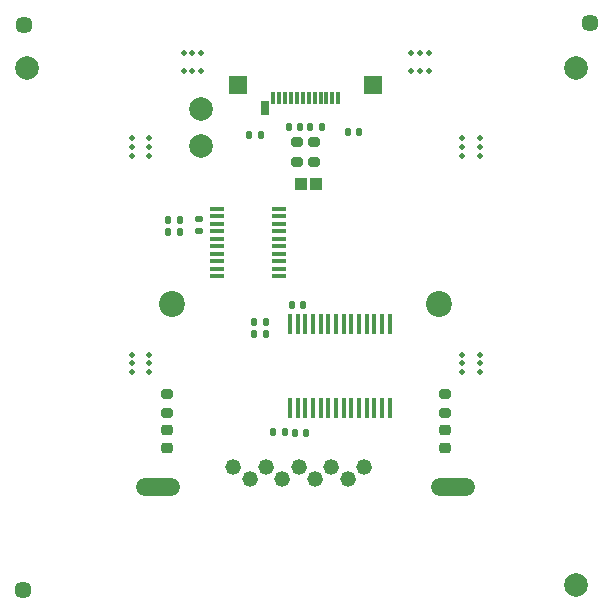
<source format=gbr>
%TF.GenerationSoftware,KiCad,Pcbnew,8.0.1*%
%TF.CreationDate,2024-04-01T09:21:36+11:00*%
%TF.ProjectId,DB9 RS232 Adapter,44423920-5253-4323-9332-204164617074,rev?*%
%TF.SameCoordinates,Original*%
%TF.FileFunction,Soldermask,Top*%
%TF.FilePolarity,Negative*%
%FSLAX46Y46*%
G04 Gerber Fmt 4.6, Leading zero omitted, Abs format (unit mm)*
G04 Created by KiCad (PCBNEW 8.0.1) date 2024-04-01 09:21:36*
%MOMM*%
%LPD*%
G01*
G04 APERTURE LIST*
G04 Aperture macros list*
%AMRoundRect*
0 Rectangle with rounded corners*
0 $1 Rounding radius*
0 $2 $3 $4 $5 $6 $7 $8 $9 X,Y pos of 4 corners*
0 Add a 4 corners polygon primitive as box body*
4,1,4,$2,$3,$4,$5,$6,$7,$8,$9,$2,$3,0*
0 Add four circle primitives for the rounded corners*
1,1,$1+$1,$2,$3*
1,1,$1+$1,$4,$5*
1,1,$1+$1,$6,$7*
1,1,$1+$1,$8,$9*
0 Add four rect primitives between the rounded corners*
20,1,$1+$1,$2,$3,$4,$5,0*
20,1,$1+$1,$4,$5,$6,$7,0*
20,1,$1+$1,$6,$7,$8,$9,0*
20,1,$1+$1,$8,$9,$2,$3,0*%
G04 Aperture macros list end*
%ADD10R,0.450000X1.800000*%
%ADD11R,1.000000X1.000000*%
%ADD12RoundRect,0.218750X0.256250X-0.218750X0.256250X0.218750X-0.256250X0.218750X-0.256250X-0.218750X0*%
%ADD13RoundRect,0.140000X0.170000X-0.140000X0.170000X0.140000X-0.170000X0.140000X-0.170000X-0.140000X0*%
%ADD14RoundRect,0.140000X0.140000X0.170000X-0.140000X0.170000X-0.140000X-0.170000X0.140000X-0.170000X0*%
%ADD15C,2.000000*%
%ADD16C,0.500000*%
%ADD17C,2.200000*%
%ADD18RoundRect,0.200000X-0.275000X0.200000X-0.275000X-0.200000X0.275000X-0.200000X0.275000X0.200000X0*%
%ADD19C,1.448000*%
%ADD20RoundRect,0.140000X-0.140000X-0.170000X0.140000X-0.170000X0.140000X0.170000X-0.140000X0.170000X0*%
%ADD21RoundRect,0.200000X0.275000X-0.200000X0.275000X0.200000X-0.275000X0.200000X-0.275000X-0.200000X0*%
%ADD22R,1.500000X1.500000*%
%ADD23RoundRect,0.135000X0.135000X0.185000X-0.135000X0.185000X-0.135000X-0.185000X0.135000X-0.185000X0*%
%ADD24R,0.300000X1.000000*%
%ADD25R,0.700000X1.150000*%
%ADD26C,1.320800*%
%ADD27O,3.750000X1.490600*%
%ADD28R,1.200000X0.400000*%
G04 APERTURE END LIST*
D10*
%TO.C,IC1*%
X239755000Y-93450000D03*
X239105000Y-93450000D03*
X238455000Y-93450000D03*
X237805000Y-93450000D03*
X237155000Y-93450000D03*
X236505000Y-93450000D03*
X235855000Y-93450000D03*
X235205000Y-93450000D03*
X234555000Y-93450000D03*
X233905000Y-93450000D03*
X233255000Y-93450000D03*
X232605000Y-93450000D03*
X231955000Y-93450000D03*
X231305000Y-93450000D03*
X231305000Y-100550000D03*
X231955000Y-100550000D03*
X232605000Y-100550000D03*
X233255000Y-100550000D03*
X233905000Y-100550000D03*
X234555000Y-100550000D03*
X235205000Y-100550000D03*
X235855000Y-100550000D03*
X236505000Y-100550000D03*
X237155000Y-100550000D03*
X237805000Y-100550000D03*
X238455000Y-100550000D03*
X239105000Y-100550000D03*
X239755000Y-100550000D03*
%TD*%
D11*
%TO.C,TP3*%
X232220000Y-81590000D03*
%TD*%
D12*
%TO.C,D2*%
X220907500Y-103937500D03*
X220907500Y-102362500D03*
%TD*%
D11*
%TO.C,TP2*%
X233520000Y-81590000D03*
%TD*%
D13*
%TO.C,C6*%
X223610000Y-85520000D03*
X223610000Y-84560000D03*
%TD*%
D14*
%TO.C,C4*%
X232160000Y-76750000D03*
X231200000Y-76750000D03*
%TD*%
%TO.C,C7*%
X229230000Y-94260000D03*
X228270000Y-94260000D03*
%TD*%
D15*
%TO.C,REF\u002A\u002A*%
X209020000Y-71770000D03*
%TD*%
%TO.C,REF\u002A\u002A*%
X255540000Y-115550000D03*
%TD*%
D16*
%TO.C,mouse-bite-2mm-slot*%
X217900000Y-97500000D03*
X219400000Y-97500000D03*
X217900000Y-96750000D03*
X219400000Y-96750000D03*
X217900000Y-96000000D03*
X219400000Y-96000000D03*
%TD*%
D17*
%TO.C,H2*%
X243940000Y-91710000D03*
%TD*%
D18*
%TO.C,R3*%
X220900000Y-99325000D03*
X220900000Y-100975000D03*
%TD*%
D19*
%TO.C,REF\u002A\u002A*%
X208790000Y-68110000D03*
%TD*%
D16*
%TO.C,mouse-bite-2mm-slot*%
X243060000Y-71960000D03*
X243060000Y-70460000D03*
X242310000Y-71960000D03*
X242310000Y-70460000D03*
X241560000Y-71960000D03*
X241560000Y-70460000D03*
%TD*%
D15*
%TO.C,TP4*%
X223770000Y-78310000D03*
%TD*%
D18*
%TO.C,R4*%
X233340000Y-78005000D03*
X233340000Y-79655000D03*
%TD*%
D16*
%TO.C,mouse-bite-2mm-slot*%
X217900000Y-79200000D03*
X219400000Y-79200000D03*
X217900000Y-78450000D03*
X219400000Y-78450000D03*
X217900000Y-77700000D03*
X219400000Y-77700000D03*
%TD*%
D20*
%TO.C,C5*%
X233020000Y-76750000D03*
X233980000Y-76750000D03*
%TD*%
D14*
%TO.C,C8*%
X229230000Y-93210000D03*
X228270000Y-93210000D03*
%TD*%
%TO.C,C9*%
X232680000Y-102670000D03*
X231720000Y-102670000D03*
%TD*%
D21*
%TO.C,R5*%
X231860000Y-79655000D03*
X231860000Y-78005000D03*
%TD*%
D14*
%TO.C,C11*%
X230850000Y-102590000D03*
X229890000Y-102590000D03*
%TD*%
D18*
%TO.C,R2*%
X244400000Y-99325000D03*
X244400000Y-100975000D03*
%TD*%
D22*
%TO.C,TP3*%
X238340000Y-73210000D03*
%TD*%
%TO.C,TP1*%
X226940000Y-73210000D03*
%TD*%
D23*
%TO.C,R1*%
X228870000Y-77390000D03*
X227850000Y-77390000D03*
%TD*%
D24*
%TO.C,P1*%
X229890000Y-74250000D03*
X230390000Y-74250000D03*
X230890000Y-74250000D03*
X231390000Y-74250000D03*
X231890000Y-74250000D03*
X232390000Y-74250000D03*
X232890000Y-74250000D03*
X233390000Y-74250000D03*
X233890000Y-74250000D03*
X234390000Y-74250000D03*
X234890000Y-74250000D03*
X235390000Y-74250000D03*
D25*
X229220000Y-75090000D03*
%TD*%
D26*
%TO.C,J1*%
X237569999Y-105542999D03*
X234800000Y-105542999D03*
X232030000Y-105542999D03*
X229260000Y-105542999D03*
X226490001Y-105542999D03*
X236185001Y-106543000D03*
X233415001Y-106543000D03*
X230645001Y-106543000D03*
X227875002Y-106543000D03*
D27*
X245125000Y-107243000D03*
X220135000Y-107243000D03*
%TD*%
D14*
%TO.C,C10*%
X232420000Y-91820000D03*
X231460000Y-91820000D03*
%TD*%
D16*
%TO.C,mouse-bite-2mm-slot*%
X245900000Y-79200000D03*
X247400000Y-79200000D03*
X245900000Y-78450000D03*
X247400000Y-78450000D03*
X245900000Y-77700000D03*
X247400000Y-77700000D03*
%TD*%
D28*
%TO.C,U1*%
X230332500Y-89377500D03*
X230332500Y-88742500D03*
X230332500Y-88107500D03*
X230332500Y-87472500D03*
X230332500Y-86837500D03*
X230332500Y-86202500D03*
X230332500Y-85567500D03*
X230332500Y-84932500D03*
X230332500Y-84297500D03*
X230332500Y-83662500D03*
X225132500Y-83662500D03*
X225132500Y-84297500D03*
X225132500Y-84932500D03*
X225132500Y-85567500D03*
X225132500Y-86202500D03*
X225132500Y-86837500D03*
X225132500Y-87472500D03*
X225132500Y-88107500D03*
X225132500Y-88742500D03*
X225132500Y-89377500D03*
%TD*%
D16*
%TO.C,mouse-bite-2mm-slot*%
X223790000Y-71950000D03*
X223790000Y-70450000D03*
X223040000Y-71950000D03*
X223040000Y-70450000D03*
X222290000Y-71950000D03*
X222290000Y-70450000D03*
%TD*%
D20*
%TO.C,C3*%
X236200000Y-77120000D03*
X237160000Y-77120000D03*
%TD*%
D17*
%TO.C,H1*%
X221340000Y-91710000D03*
%TD*%
D14*
%TO.C,C2*%
X221960000Y-84610000D03*
X221000000Y-84610000D03*
%TD*%
%TO.C,C1*%
X221960000Y-85600000D03*
X221000000Y-85600000D03*
%TD*%
D12*
%TO.C,D1*%
X244390000Y-103937500D03*
X244390000Y-102362500D03*
%TD*%
D15*
%TO.C,TP1*%
X223770000Y-75240000D03*
%TD*%
D19*
%TO.C,REF\u002A\u002A*%
X256710000Y-67960000D03*
%TD*%
%TO.C,REF\u002A\u002A*%
X208710000Y-115920000D03*
%TD*%
D16*
%TO.C,mouse-bite-2mm-slot*%
X245900000Y-97500000D03*
X247400000Y-97500000D03*
X245900000Y-96750000D03*
X247400000Y-96750000D03*
X245900000Y-96000000D03*
X247400000Y-96000000D03*
%TD*%
D15*
%TO.C,REF\u002A\u002A*%
X255540000Y-71770000D03*
%TD*%
M02*

</source>
